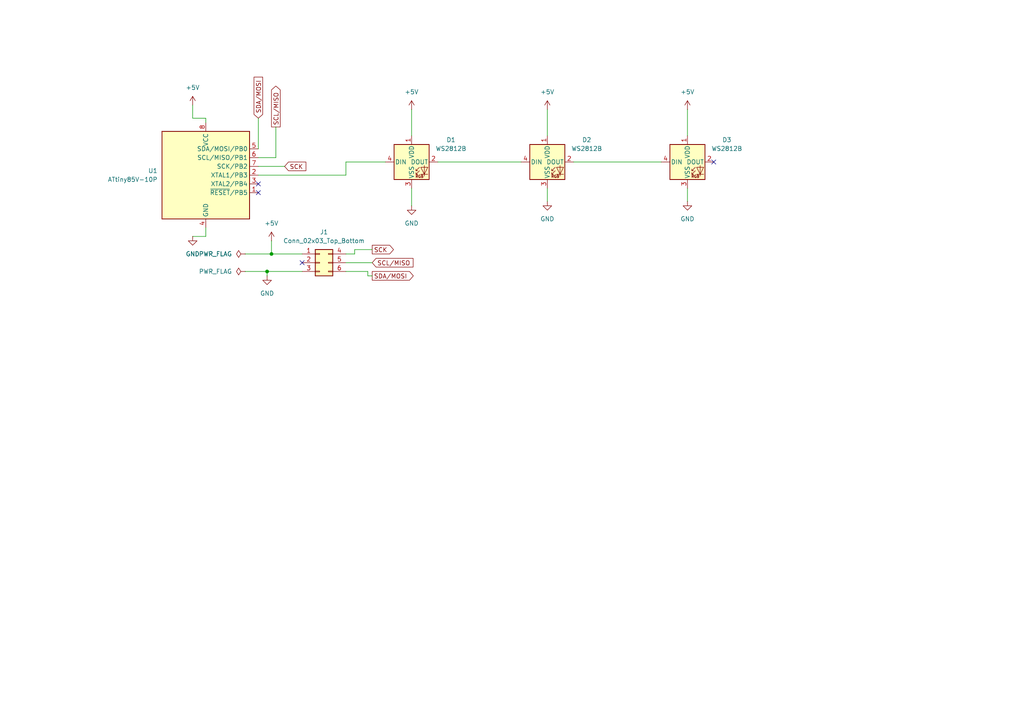
<source format=kicad_sch>
(kicad_sch (version 20250114) (generator "eeschema") (generator_version "9.0")
  (paper "A4")
  (lib_symbols
    (symbol "Connector_Generic:Conn_02x03_Top_Bottom" (pin_names (offset 1.016) (hide yes))
      (property "Reference" "J" (at 1.27 5.08 0))
      (property "Value" "Conn_02x03_Top_Bottom" (at 1.27 -5.08 0))
      (symbol "Conn_02x03_Top_Bottom_1_1"
        (rectangle (start -1.27 3.81) (end 3.81 -3.81) (stroke (width 0.254)) (fill (type background)))
        (rectangle (start -1.27 2.667) (end 0 2.413) (stroke (width 0.1524)))
        (rectangle (start -1.27 0.127) (end 0 -0.127) (stroke (width 0.1524)))
        (rectangle (start -1.27 -2.413) (end 0 -2.667) (stroke (width 0.1524)))
        (rectangle (start 3.81 2.667) (end 2.54 2.413) (stroke (width 0.1524)))
        (rectangle (start 3.81 0.127) (end 2.54 -0.127) (stroke (width 0.1524)))
        (rectangle (start 3.81 -2.413) (end 2.54 -2.667) (stroke (width 0.1524)))
        (pin passive line (at -5.08 2.54 0) (length 3.81) (name "Pin_1") (number "1"))
        (pin passive line (at -5.08 0 0) (length 3.81) (name "Pin_2") (number "2"))
        (pin passive line (at -5.08 -2.54 0) (length 3.81) (name "Pin_3") (number "3"))
        (pin passive line (at 7.62 2.54 180) (length 3.81) (name "Pin_4") (number "4"))
        (pin passive line (at 7.62 0 180) (length 3.81) (name "Pin_5") (number "5"))
        (pin passive line (at 7.62 -2.54 180) (length 3.81) (name "Pin_6") (number "6"))
      )
    )
    (symbol "LED:WS2812B" (pin_names (offset 0.254))
      (property "Reference" "D" (at 5.08 5.715 0))
      (property "Value" "WS2812B" (at 1.27 -5.715 0))
      (symbol "WS2812B_0_0"
        (text "RGB" (at 2.286 -4.191 0) (effects (font (size 0.762 0.762))))
      )
      (symbol "WS2812B_0_1"
        (polyline (pts (xy 1.27 -2.54) (xy 1.778 -2.54)))
        (polyline (pts (xy 1.27 -3.556) (xy 1.778 -3.556)))
        (polyline (pts (xy 2.286 -1.524) (xy 1.27 -2.54) (xy 1.27 -2.032)))
        (polyline (pts (xy 2.286 -2.54) (xy 1.27 -3.556) (xy 1.27 -3.048)))
        (polyline (pts (xy 3.683 -1.016) (xy 3.683 -3.556) (xy 3.683 -4.064)))
        (polyline (pts (xy 4.699 -1.524) (xy 2.667 -1.524) (xy 3.683 -3.556) (xy 4.699 -1.524)))
        (polyline (pts (xy 4.699 -3.556) (xy 2.667 -3.556)))
        (rectangle (start 5.08 5.08) (end -5.08 -5.08) (stroke (width 0.254)) (fill (type background)))
      )
      (symbol "WS2812B_1_1"
        (pin input line (at -7.62 0 0) (length 2.54) (name "DIN") (number "4"))
        (pin power_in line (at 0 7.62 270) (length 2.54) (name "VDD") (number "1"))
        (pin power_in line (at 0 -7.62 90) (length 2.54) (name "VSS") (number "3"))
        (pin output line (at 7.62 0 180) (length 2.54) (name "DOUT") (number "2"))
      )
    )
    (symbol "MCU_Microchip_ATtiny:ATtiny85V-10P"
      (property "Reference" "U1" (at -13.97 1.2701 0))
      (property "Value" "ATtiny85V-10P" (at -13.97 -1.2699 0))
      (symbol "ATtiny85V-10P_0_1"
        (rectangle (start -12.7 -12.7) (end 12.7 12.7) (stroke (width 0.254)) (fill (type background)))
      )
      (symbol "ATtiny85V-10P_1_1"
        (pin power_in line (at 0 15.24 270) (length 2.54) (name "VCC") (number "8"))
        (pin power_in line (at 0 -15.24 90) (length 2.54) (name "GND") (number "4"))
        (pin bidirectional line (at 15.24 7.62 180) (length 2.54) (name "SDA/MOSI/PB0") (number "5"))
        (pin bidirectional line (at 15.24 5.08 180) (length 2.54) (name "SCL/MISO/PB1") (number "6"))
        (pin bidirectional line (at 15.24 2.54 180) (length 2.54) (name "SCK/PB2") (number "7"))
        (pin bidirectional line (at 15.24 0 180) (length 2.54) (name "XTAL1/PB3") (number "2"))
        (pin bidirectional line (at 15.24 -2.54 180) (length 2.54) (name "XTAL2/PB4") (number "3"))
        (pin bidirectional line (at 15.24 -5.08 180) (length 2.54) (name "~{RESET}/PB5") (number "1"))
      )
    )
    (symbol "power:+5V" (power) (pin_numbers (hide yes)) (pin_names (offset 0) (hide yes))
      (property "Value" "+5V" (at 0 3.556 0))
      (symbol "+5V_0_1"
        (polyline (pts (xy -0.762 1.27) (xy 0 2.54)))
        (polyline (pts (xy 0 2.54) (xy 0.762 1.27)))
        (polyline (pts (xy 0 0) (xy 0 2.54)))
      )
      (symbol "+5V_1_1"
        (pin power_in line (at 0 0 90) (length 0) (name "~") (number "1"))
      )
    )
    (symbol "power:GND" (power) (pin_numbers (hide yes)) (pin_names (offset 0) (hide yes))
      (property "Value" "GND" (at 0 -3.81 0))
      (symbol "GND_0_1"
        (polyline (pts (xy 0 0) (xy 0 -1.27) (xy 1.27 -1.27) (xy 0 -2.54) (xy -1.27 -1.27) (xy 0 -1.27)))
      )
      (symbol "GND_1_1"
        (pin power_in line (at 0 0 270) (length 0) (name "~") (number "1"))
      )
    )
    (symbol "power:PWR_FLAG" (power) (pin_numbers (hide yes)) (pin_names (offset 0) (hide yes))
      (property "Value" "PWR_FLAG" (at 0 3.81 0))
      (symbol "PWR_FLAG_0_0"
        (pin power_out line (at 0 0 90) (length 0) (name "~") (number "1"))
      )
      (symbol "PWR_FLAG_0_1"
        (polyline (pts (xy 0 0) (xy 0 1.27) (xy -1.016 1.905) (xy 0 2.54) (xy 1.016 1.905) (xy 0 1.27)))
      )
    )
  )
  (junction (at 77.47 78.74))
  (junction (at 78.74 73.66))
  (no_connect (at 207.01 46.99))
  (no_connect (at 74.93 53.34))
  (no_connect (at 87.63 76.2))
  (no_connect (at 74.93 55.88))
  (wire (pts (xy 77.47 78.74) (xy 77.47 80.01)))
  (wire (pts (xy 166.37 46.99) (xy 191.77 46.99)))
  (wire (pts (xy 119.38 54.61) (xy 119.38 59.69)))
  (wire (pts (xy 74.93 48.26) (xy 82.55 48.26)))
  (wire (pts (xy 80.01 36.83) (xy 80.01 45.72)))
  (wire (pts (xy 158.75 54.61) (xy 158.75 58.42)))
  (wire (pts (xy 106.68 80.01) (xy 106.68 78.74)))
  (wire (pts (xy 100.33 76.2) (xy 107.95 76.2)))
  (wire (pts (xy 78.74 73.66) (xy 87.63 73.66)))
  (wire (pts (xy 55.88 34.29) (xy 55.88 30.48)))
  (wire (pts (xy 106.68 80.01) (xy 107.95 80.01)))
  (wire (pts (xy 71.12 78.74) (xy 77.47 78.74)))
  (wire (pts (xy 74.93 34.29) (xy 74.93 43.18)))
  (wire (pts (xy 59.69 68.58) (xy 55.88 68.58)))
  (wire (pts (xy 80.01 45.72) (xy 74.93 45.72)))
  (wire (pts (xy 59.69 34.29) (xy 55.88 34.29)))
  (wire (pts (xy 199.39 31.75) (xy 199.39 39.37)))
  (wire (pts (xy 71.12 73.66) (xy 78.74 73.66)))
  (wire (pts (xy 102.87 73.66) (xy 100.33 73.66)))
  (wire (pts (xy 102.87 72.39) (xy 102.87 73.66)))
  (wire (pts (xy 199.39 54.61) (xy 199.39 58.42)))
  (wire (pts (xy 127 46.99) (xy 151.13 46.99)))
  (wire (pts (xy 106.68 78.74) (xy 100.33 78.74)))
  (wire (pts (xy 119.38 31.75) (xy 119.38 39.37)))
  (wire (pts (xy 78.74 69.85) (xy 78.74 73.66)))
  (wire (pts (xy 158.75 39.37) (xy 158.75 31.75)))
  (wire (pts (xy 107.95 72.39) (xy 102.87 72.39)))
  (wire (pts (xy 100.33 46.99) (xy 111.76 46.99)))
  (wire (pts (xy 77.47 78.74) (xy 87.63 78.74)))
  (wire (pts (xy 59.69 66.04) (xy 59.69 68.58)))
  (wire (pts (xy 100.33 50.8) (xy 100.33 46.99)))
  (wire (pts (xy 74.93 50.8) (xy 100.33 50.8)))
  (wire (pts (xy 59.69 34.29) (xy 59.69 35.56)))
  (global_label "SCL{slash}MISO" (shape output) (at 80.01 36.83 90) (property "Intersheetrefs" "${INTERSHEET_REFS}" (effects (hide yes))))
  (global_label "SCL{slash}MISO" (shape input) (at 107.95 76.2 0) (property "Intersheetrefs" "${INTERSHEET_REFS}" (effects (hide yes))) (property "Netclass" "uC" (effects (hide yes))))
  (global_label "SCK" (shape output) (at 107.95 72.39 0) (property "Intersheetrefs" "${INTERSHEET_REFS}" (effects (hide yes))) (property "Netclass" "uC" (effects (hide yes))))
  (global_label "SCK" (shape input) (at 82.55 48.26 0) (property "Intersheetrefs" "${INTERSHEET_REFS}" (effects (hide yes))))
  (global_label "SDA{slash}MOSI" (shape output) (at 107.95 80.01 0) (property "Intersheetrefs" "${INTERSHEET_REFS}" (effects (hide yes))) (property "Netclass" "uC" (effects (hide yes))))
  (global_label "SDA{slash}MOSI" (shape input) (at 74.93 34.29 90) (property "Intersheetrefs" "${INTERSHEET_REFS}" (effects (hide yes))))
  (symbol (lib_id "power:GND") (at 158.75 58.42 0) (unit 1)
    (property "Reference" "#PWR02" (effects (hide yes)))
    (property "Value" "GND" (at 158.75 63.5 0))
    (property "Description" "Power symbol creates a global label with name \"GND\" , ground" (effects (hide yes)))
  )
  (symbol (lib_id "LED:WS2812B") (at 158.75 46.99 0) (unit 1)
    (property "Reference" "D2" (at 170.18 40.5698 0))
    (property "Value" "WS2812B" (at 170.18 43.1098 0))
    (property "Footprint" "LED_SMD:LED_WS2812B_PLCC4_5.0x5.0mm_P3.2mm" (effects (hide yes)))
    (property "Datasheet" "https://cdn-shop.adafruit.com/datasheets/WS2812B.pdf" (effects (hide yes)))
    (property "Description" "RGB LED with integrated controller" (effects (hide yes)))
  )
  (symbol (lib_id "power:GND") (at 119.38 59.69 0) (unit 1)
    (property "Reference" "#PWR01" (effects (hide yes)))
    (property "Value" "GND" (at 119.38 64.77 0))
    (property "Description" "Power symbol creates a global label with name \"GND\" , ground" (effects (hide yes)))
  )
  (symbol (lib_id "power:PWR_FLAG") (at 71.12 78.74 90) (unit 1)
    (property "Reference" "#FLG01" (effects (hide yes)))
    (property "Value" "PWR_FLAG" (at 67.31 78.7399 90) (effects (justify left)))
    (property "Description" "Special symbol for telling ERC where power comes from" (effects (hide yes)))
  )
  (symbol (lib_id "Connector_Generic:Conn_02x03_Top_Bottom") (at 92.71 76.2 0) (unit 1)
    (property "Reference" "J1" (at 93.98 67.31 0))
    (property "Value" "Conn_02x03_Top_Bottom" (at 93.98 69.85 0))
    (property "Footprint" "Connector_Molex:Molex_Mega-Fit_76829-0006_2x03_P5.70mm_Vertical" (effects (hide yes)))
    (property "Description" "Generic connector, double row, 02x03, top/bottom pin numbering scheme (row 1: 1...pins_per_row, row2: pins_per_row+1 ... num_pins), script generated (kicad-library-utils/schlib/autogen/connector/)" (effects (hide yes)))
  )
  (symbol (lib_id "power:GND") (at 77.47 80.01 0) (unit 1)
    (property "Reference" "#PWR010" (effects (hide yes)))
    (property "Value" "GND" (at 77.47 85.09 0))
    (property "Description" "Power symbol creates a global label with name \"GND\" , ground" (effects (hide yes)))
  )
  (symbol (lib_id "power:PWR_FLAG") (at 71.12 73.66 90) (unit 1)
    (property "Reference" "#FLG02" (effects (hide yes)))
    (property "Value" "PWR_FLAG" (at 67.31 73.6599 90) (effects (justify left)))
    (property "Description" "Special symbol for telling ERC where power comes from" (effects (hide yes)))
  )
  (symbol (lib_id "LED:WS2812B") (at 119.38 46.99 0) (unit 1)
    (property "Reference" "D1" (at 130.81 40.5698 0))
    (property "Value" "WS2812B" (at 130.81 43.1098 0))
    (property "Footprint" "LED_SMD:LED_WS2812B_PLCC4_5.0x5.0mm_P3.2mm" (effects (hide yes)))
    (property "Datasheet" "https://cdn-shop.adafruit.com/datasheets/WS2812B.pdf" (effects (hide yes)))
    (property "Description" "RGB LED with integrated controller" (effects (hide yes)))
  )
  (symbol (lib_id "power:+5V") (at 199.39 31.75 0) (unit 1)
    (property "Reference" "#PWR05" (effects (hide yes)))
    (property "Value" "+5V" (at 199.39 26.67 0))
    (property "Description" "Power symbol creates a global label with name \"+5V\"" (effects (hide yes)))
  )
  (symbol (lib_id "MCU_Microchip_ATtiny:ATtiny85V-10P") (at 59.69 50.8 0) (unit 1)
    (property "Reference" "U1" (at 45.72 49.5299 0) (effects (justify right)))
    (property "Value" "ATtiny85V-10P" (at 45.72 52.0699 0) (effects (justify right)))
    (property "Footprint" "Package_SO:SO-8_3.9x4.9mm_P1.27mm" (effects (hide yes)))
    (property "Datasheet" "http://ww1.microchip.com/downloads/en/DeviceDoc/atmel-2586-avr-8-bit-microcontroller-attiny25-attiny45-attiny85_datasheet.pdf" (effects (hide yes)))
    (property "Description" "10MHz, 8kB Flash, 512B SRAM, 512B EEPROM, debugWIRE, DIP-8" (effects (hide yes)))
  )
  (symbol (lib_id "power:+5V") (at 119.38 31.75 0) (unit 1)
    (property "Reference" "#PWR07" (effects (hide yes)))
    (property "Value" "+5V" (at 119.38 26.67 0))
    (property "Description" "Power symbol creates a global label with name \"+5V\"" (effects (hide yes)))
  )
  (symbol (lib_id "power:+5V") (at 55.88 30.48 0) (unit 1)
    (property "Reference" "#PWR08" (effects (hide yes)))
    (property "Value" "+5V" (at 55.88 25.4 0))
    (property "Description" "Power symbol creates a global label with name \"+5V\"" (effects (hide yes)))
  )
  (symbol (lib_id "power:+5V") (at 158.75 31.75 0) (unit 1)
    (property "Reference" "#PWR06" (effects (hide yes)))
    (property "Value" "+5V" (at 158.75 26.67 0))
    (property "Description" "Power symbol creates a global label with name \"+5V\"" (effects (hide yes)))
  )
  (symbol (lib_id "LED:WS2812B") (at 199.39 46.99 0) (unit 1)
    (property "Reference" "D3" (at 210.82 40.5698 0))
    (property "Value" "WS2812B" (at 210.82 43.1098 0))
    (property "Footprint" "LED_SMD:LED_WS2812B_PLCC4_5.0x5.0mm_P3.2mm" (effects (hide yes)))
    (property "Datasheet" "https://cdn-shop.adafruit.com/datasheets/WS2812B.pdf" (effects (hide yes)))
    (property "Description" "RGB LED with integrated controller" (effects (hide yes)))
  )
  (symbol (lib_id "power:+5V") (at 78.74 69.85 0) (unit 1)
    (property "Reference" "#PWR09" (effects (hide yes)))
    (property "Value" "+5V" (at 78.74 64.77 0))
    (property "Description" "Power symbol creates a global label with name \"+5V\"" (effects (hide yes)))
  )
  (symbol (lib_id "power:GND") (at 199.39 58.42 0) (unit 1)
    (property "Reference" "#PWR03" (effects (hide yes)))
    (property "Value" "GND" (at 199.39 63.5 0))
    (property "Description" "Power symbol creates a global label with name \"GND\" , ground" (effects (hide yes)))
  )
  (symbol (lib_id "power:GND") (at 55.88 68.58 0) (unit 1)
    (property "Reference" "#PWR04" (effects (hide yes)))
    (property "Value" "GND" (at 55.88 73.66 0))
    (property "Description" "Power symbol creates a global label with name \"GND\" , ground" (effects (hide yes)))
  )
)
</source>
